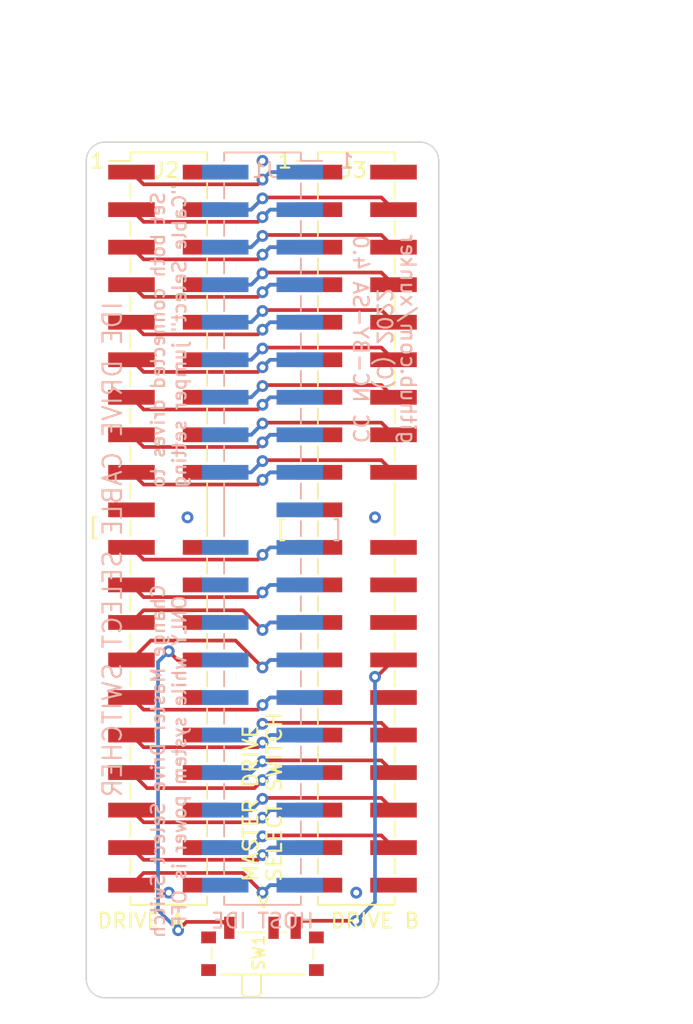
<source format=kicad_pcb>
(kicad_pcb (version 20211014) (generator pcbnew)
  (layers (0 "F.Cu" signal) (31 "B.Cu" signal) (34 "B.Paste" user) (35 "F.Paste" user) (36 "B.SilkS" user "B.Silkscreen") (37 "F.SilkS" user "F.Silkscreen") (38 "B.Mask" user) (39 "F.Mask" user) (44 "Edge.Cuts" user))
  (net 0 "")
  (net 1 "RESET")
  (net 2 "GND")
  (net 3 "DB7")
  (net 4 "DB8")
  (net 5 "DB6")
  (net 6 "DB9")
  (net 7 "DB5")
  (net 8 "DB10")
  (net 9 "DB4")
  (net 10 "DB11")
  (net 11 "DB3")
  (net 12 "DB12")
  (net 13 "DB2")
  (net 14 "DB13")
  (net 15 "DB1")
  (net 16 "DB14")
  (net 17 "DB0")
  (net 18 "DB15")
  (net 19 "DRQ3")
  (net 20 "IOW")
  (net 21 "IOR")
  (net 22 "IO_CH_RDY")
  (net 23 "CSEL_IN")
  (net 24 "DACK3")
  (net 25 "IRQ14")
  (net 26 "RESERVED")
  (net 27 "ADDRESS_BIT_1")
  (net 28 "PDIAG")
  (net 29 "ADDRESS_BIT_0")
  (net 30 "ADDRESS_BIT_2")
  (net 31 "CS1FX")
  (net 32 "CS3FX")
  (net 33 "DA_SP")
  (net 34 "CSEL_OUT_A")
  (net 35 "CSEL_OUT_B")
  (footprint "Button_Switch_SMD:SW_SPDT_PCM12" (layer "F.Cu") (at 154.94 113.03)
    (fp_text reference "SW1" (at -0.254 0.254 90) (layer "F.SilkS") (effects (font (size 0.8 0.8))))
    (fp_text value "SW_SPDT")
    (fp_line (start -3.45 -0.07) (end -3.45 0.72) (layer "F.SilkS") (width 0.12))
    (fp_line (start -0.1 3.02) (end -0.3 3.23) (layer "F.SilkS") (width 0.12))
    (fp_line (start -1.2 3.23) (end -0.3 3.23) (layer "F.SilkS") (width 0.12))
    (fp_line (start -1.6 -1.12) (end 0.1 -1.12) (layer "F.SilkS") (width 0.12))
    (fp_line (start -1.4 3.02) (end -1.2 3.23) (layer "F.SilkS") (width 0.12))
    (fp_line (start -0.1 3.02) (end -0.1 1.73) (layer "F.SilkS") (width 0.12))
    (fp_line (start -1.4 1.73) (end -1.4 3.02) (layer "F.SilkS") (width 0.12))
    (fp_line (start 1.4 -1.12) (end 1.6 -1.12) (layer "F.SilkS") (width 0.12))
    (fp_line (start -2.85 1.73) (end 2.85 1.73) (layer "F.SilkS") (width 0.12))
    (fp_line (start 3.45 0.72) (end 3.45 -0.07) (layer "F.SilkS") (width 0.12))
    (pad "" np_thru_hole circle (at -1.5 0.33) (size 0.9 0.9) (drill 0.9) (layers *.Cu *.Mask))
    (pad "" smd rect (at -3.65 -0.78) (size 1 0.8) (layers "F.Cu" "F.Paste" "F.Mask"))
    (pad "" smd rect (at -3.65 1.43) (size 1 0.8) (layers "F.Cu" "F.Paste" "F.Mask"))
    (pad "" np_thru_hole circle (at 1.5 0.33) (size 0.9 0.9) (drill 0.9) (layers *.Cu *.Mask))
    (pad "" smd rect (at 3.65 1.43) (size 1 0.8) (layers "F.Cu" "F.Paste" "F.Mask"))
    (pad "" smd rect (at 3.65 -0.78) (size 1 0.8) (layers "F.Cu" "F.Paste" "F.Mask"))
    (pad "1" smd rect (at -2.25 -1.43) (size 0.7 1.5) (layers "F.Cu" "F.Paste" "F.Mask") (net 34 "CSEL_OUT_A"))
    (pad "2" smd rect (at 0.75 -1.43) (size 0.7 1.5) (layers "F.Cu" "F.Paste" "F.Mask") (net 2 "GND"))
    (pad "3" smd rect (at 2.25 -1.43) (size 0.7 1.5) (layers "F.Cu" "F.Paste" "F.Mask") (net 35 "CSEL_OUT_B"))
  )
  (footprint "ide_cable_select_switch:IDE_ATA_Male_2x20_P2.54mm_Vertical_SMD" (layer "F.Cu") (at 148.59 84.582)
    (fp_text reference "J2" (at -0.15 -24.257) (layer "F.SilkS"))
    (fp_text value "Conn_02x20_Odd_Even")
    (fp_line (start 2.6 7.11) (end 2.6 8.13) (layer "F.SilkS") (width 0.12))
    (fp_line (start -2.6 14.73) (end -2.6 15.75) (layer "F.SilkS") (width 0.12))
    (fp_line (start -2.6 -15.75) (end -2.6 -14.73) (layer "F.SilkS") (width 0.12))
    (fp_line (start -2.6 22.35) (end -2.6 23.37) (layer "F.SilkS") (width 0.12))
    (fp_line (start -2.6 -13.21) (end -2.6 -12.19) (layer "F.SilkS") (width 0.12))
    (fp_line (start -2.6 17.27) (end -2.6 18.29) (layer "F.SilkS") (width 0.12))
    (fp_line (start 2.6 -10.67) (end 2.6 -9.65) (layer "F.SilkS") (width 0.12))
    (fp_line (start -2.6 -0.51) (end -2.6 0.51) (layer "F.SilkS") (width 0.12))
    (fp_line (start -2.6 -25.46) (end -2.6 -24.89) (layer "F.SilkS") (width 0.12))
    (fp_line (start -2.6 -10.67) (end -2.6 -9.65) (layer "F.SilkS") (width 0.12))
    (fp_line (start -2.6 -3.05) (end -2.6 -2.03) (layer "F.SilkS") (width 0.12))
    (fp_line (start -2.6 -8.13) (end -2.6 -7.11) (layer "F.SilkS") (width 0.12))
    (fp_line (start 2.6 4.57) (end 2.6 5.59) (layer "F.SilkS") (width 0.12))
    (fp_line (start 2.6 -25.46) (end 2.6 -24.89) (layer "F.SilkS") (width 0.12))
    (fp_line (start 2.6 -13.21) (end 2.6 -12.19) (layer "F.SilkS") (width 0.12))
    (fp_line (start 2.6 2.03) (end 2.6 3.05) (layer "F.SilkS") (width 0.12))
    (fp_line (start 2.6 14.73) (end 2.6 15.75) (layer "F.SilkS") (width 0.12))
    (fp_line (start -2.6 -25.46) (end 2.6 -25.46) (layer "F.SilkS") (width 0.12))
    (fp_line (start 2.6 -20.83) (end 2.6 -19.81) (layer "F.SilkS") (width 0.12))
    (fp_line (start 2.6 12.19) (end 2.6 13.21) (layer "F.SilkS") (width 0.12))
    (fp_line (start 2.6 -15.75) (end 2.6 -14.73) (layer "F.SilkS") (width 0.12))
    (fp_line (start -2.6 7.11) (end -2.6 8.13) (layer "F.SilkS") (width 0.12))
    (fp_line (start -2.6 19.81) (end -2.6 20.83) (layer "F.SilkS") (width 0.12))
    (fp_line (start -2.6 4.57) (end -2.6 5.59) (layer "F.SilkS") (width 0.12))
    (fp_line (start 2.6 9.65) (end 2.6 10.67) (layer "F.SilkS") (width 0.12))
    (fp_line (start -2.6 -20.83) (end -2.6 -19.81) (layer "F.SilkS") (width 0.12))
    (fp_line (start -4.04 -24.89) (end -2.6 -24.89) (layer "F.SilkS") (width 0.12))
    (fp_line (start 2.6 -18.29) (end 2.6 -17.27) (layer "F.SilkS") (width 0.12))
    (fp_line (start 2.6 19.81) (end 2.6 20.83) (layer "F.SilkS") (width 0.12))
    (fp_line (start 2.6 -3.05) (end 2.6 0.51) (layer "F.SilkS") (width 0.12))
    (fp_line (start 2.6 -8.13) (end 2.6 -7.11) (layer "F.SilkS") (width 0.12))
    (fp_line (start -2.6 -18.29) (end -2.6 -17.27) (layer "F.SilkS") (width 0.12))
    (fp_line (start 2.6 17.27) (end 2.6 18.29) (layer "F.SilkS") (width 0.12))
    (fp_line (start -2.6 9.65) (end -2.6 10.67) (layer "F.SilkS") (width 0.12))
    (fp_line (start 2.6 -5.59) (end 2.6 -4.57) (layer "F.SilkS") (width 0.12))
    (fp_line (start -2.6 12.19) (end -2.6 13.21) (layer "F.SilkS") (width 0.12))
    (fp_line (start -2.6 2.03) (end -2.6 3.05) (layer "F.SilkS") (width 0.12))
    (fp_line (start 2.6 24.89) (end 2.6 25.46) (layer "F.SilkS") (width 0.12))
    (fp_line (start -2.6 -23.37) (end -2.6 -22.35) (layer "F.SilkS") (width 0.12))
    (fp_line (start 2.6 22.35) (end 2.6 23.37) (layer "F.SilkS") (width 0.12))
    (fp_line (start 2.6 -23.37) (end 2.6 -22.35) (layer "F.SilkS") (width 0.12))
    (fp_line (start -2.6 -5.59) (end -2.6 -4.57) (layer "F.SilkS") (width 0.12))
    (fp_line (start -2.6 25.46) (end 2.6 25.46) (layer "F.SilkS") (width 0.12))
    (fp_line (start -2.6 24.89) (end -2.6 25.46) (layer "F.SilkS") (width 0.12))
    (pad "1" smd rect (at -2.525 -24.13) (size 3.15 1) (layers "F.Cu" "F.Paste" "F.Mask") (net 1 "RESET"))
    (pad "2" smd rect (at 2.525 -24.13) (size 3.15 1) (layers "F.Cu" "F.Paste" "F.Mask") (net 2 "GND"))
    (pad "3" smd rect (at -2.525 -21.59) (size 3.15 1) (layers "F.Cu" "F.Paste" "F.Mask") (net 3 "DB7"))
    (pad "4" smd rect (at 2.525 -21.59) (size 3.15 1) (layers "F.Cu" "F.Paste" "F.Mask") (net 4 "DB8"))
    (pad "5" smd rect (at -2.525 -19.05) (size 3.15 1) (layers "F.Cu" "F.Paste" "F.Mask") (net 5 "DB6"))
    (pad "6" smd rect (at 2.525 -19.05) (size 3.15 1) (layers "F.Cu" "F.Paste" "F.Mask") (net 6 "DB9"))
    (pad "7" smd rect (at -2.525 -16.51) (size 3.15 1) (layers "F.Cu" "F.Paste" "F.Mask") (net 7 "DB5"))
    (pad "8" smd rect (at 2.525 -16.51) (size 3.15 1) (layers "F.Cu" "F.Paste" "F.Mask") (net 8 "DB10"))
    (pad "9" smd rect (at -2.525 -13.97) (size 3.15 1) (layers "F.Cu" "F.Paste" "F.Mask") (net 9 "DB4"))
    (pad "10" smd rect (at 2.525 -13.97) (size 3.15 1) (layers "F.Cu" "F.Paste" "F.Mask") (net 10 "DB11"))
    (pad "11" smd rect (at -2.525 -11.43) (size 3.15 1) (layers "F.Cu" "F.Paste" "F.Mask") (net 11 "DB3"))
    (pad "12" smd rect (at 2.525 -11.43) (size 3.15 1) (layers "F.Cu" "F.Paste" "F.Mask") (net 12 "DB12"))
    (pad "13" smd rect (at -2.525 -8.89) (size 3.15 1) (layers "F.Cu" "F.Paste" "F.Mask") (net 13 "DB2"))
    (pad "14" smd rect (at 2.525 -8.89) (size 3.15 1) (layers "F.Cu" "F.Paste" "F.Mask") (net 14 "DB13"))
    (pad "15" smd rect (at -2.525 -6.35) (size 3.15 1) (layers "F.Cu" "F.Paste" "F.Mask") (net 15 "DB1"))
    (pad "16" smd rect (at 2.525 -6.35) (size 3.15 1) (layers "F.Cu" "F.Paste" "F.Mask") (net 16 "DB14"))
    (pad "17" smd rect (at -2.525 -3.81) (size 3.15 1) (layers "F.Cu" "F.Paste" "F.Mask") (net 17 "DB0"))
    (pad "18" smd rect (at 2.525 -3.81) (size 3.15 1) (layers "F.Cu" "F.Paste" "F.Mask") (net 18 "DB15"))
    (pad "19" smd rect (at -2.525 -1.27) (size 3.15 1) (layers "F.Cu" "F.Paste" "F.Mask") (net 2 "GND"))
    (pad "21" smd rect (at -2.525 1.27) (size 3.15 1) (layers "F.Cu" "F.Paste" "F.Mask") (net 19 "DRQ3"))
    (pad "22" smd rect (at 2.525 1.27) (size 3.15 1) (layers "F.Cu" "F.Paste" "F.Mask") (net 2 "GND"))
    (pad "23" smd rect (at -2.525 3.81) (size 3.15 1) (layers "F.Cu" "F.Paste" "F.Mask") (net 20 "IOW"))
    (pad "24" smd rect (at 2.525 3.81) (size 3.15 1) (layers "F.Cu" "F.Paste" "F.Mask") (net 2 "GND"))
    (pad "25" smd rect (at -2.525 6.35) (size 3.15 1) (layers "F.Cu" "F.Paste" "F.Mask") (net 21 "IOR"))
    (pad "26" smd rect (at 2.525 6.35) (size 3.15 1) (layers "F.Cu" "F.Paste" "F.Mask") (net 2 "GND"))
    (pad "27" smd rect (at -2.525 8.89) (size 3.15 1) (layers "F.Cu" "F.Paste" "F.Mask") (net 22 "IO_CH_RDY"))
    (pad "28" smd rect (at 2.525 8.89) (size 3.15 1) (layers "F.Cu" "F.Paste" "F.Mask") (net 34 "CSEL_OUT_A"))
    (pad "29" smd rect (at -2.525 11.43) (size 3.15 1) (layers "F.Cu" "F.Paste" "F.Mask") (net 24 "DACK3"))
    (pad "30" smd rect (at 2.525 11.43) (size 3.15 1) (layers "F.Cu" "F.Paste" "F.Mask") (net 2 "GND"))
    (pad "31" smd rect (at -2.525 13.97) (size 3.15 1) (layers "F.Cu" "F.Paste" "F.Mask") (net 25 "IRQ14"))
    (pad "32" smd rect (at 2.525 13.97) (size 3.15 1) (layers "F.Cu" "F.Paste" "F.Mask") (net 26 "RESERVED"))
    (pad "33" smd rect (at -2.525 16.51) (size 3.15 1) (layers "F.Cu" "F.Paste" "F.Mask") (net 27 "ADDRESS_BIT_1"))
    (pad "34" smd rect (at 2.525 16.51) (size 3.15 1) (layers "F.Cu" "F.Paste" "F.Mask") (net 28 "PDIAG"))
    (pad "35" smd rect (at -2.525 19.05) (size 3.15 1) (layers "F.Cu" "F.Paste" "F.Mask") (net 29 "ADDRESS_BIT_0"))
    (pad "36" smd rect (at 2.525 19.05) (size 3.15 1) (layers "F.Cu" "F.Paste" "F.Mask") (net 30 "ADDRESS_BIT_2"))
    (pad "37" smd rect (at -2.525 21.59) (size 3.15 1) (layers "F.Cu" "F.Paste" "F.Mask") (net 31 "CS1FX"))
    (pad "38" smd rect (at 2.525 21.59) (size 3.15 1) (layers "F.Cu" "F.Paste" "F.Mask") (net 32 "CS3FX"))
    (pad "39" smd rect (at -2.525 24.13) (size 3.15 1) (layers "F.Cu" "F.Paste" "F.Mask") (net 33 "DA_SP"))
    (pad "40" smd rect (at 2.525 24.13) (size 3.15 1) (layers "F.Cu" "F.Paste" "F.Mask") (net 2 "GND"))
  )
  (footprint "ide_cable_select_switch:IDE_ATA_Male_2x20_P2.54mm_Vertical_SMD" (layer "F.Cu") (at 161.29 84.582)
    (fp_text reference "J3" (at -0.15 -24.257) (layer "F.SilkS"))
    (fp_text value "Conn_02x20_Odd_Even")
    (fp_line (start 2.6 24.89) (end 2.6 25.46) (layer "F.SilkS") (width 0.12))
    (fp_line (start -2.6 -3.05) (end -2.6 -2.03) (layer "F.SilkS") (width 0.12))
    (fp_line (start 2.6 2.03) (end 2.6 3.05) (layer "F.SilkS") (width 0.12))
    (fp_line (start -2.6 25.46) (end 2.6 25.46) (layer "F.SilkS") (width 0.12))
    (fp_line (start 2.6 -10.67) (end 2.6 -9.65) (layer "F.SilkS") (width 0.12))
    (fp_line (start -2.6 22.35) (end -2.6 23.37) (layer "F.SilkS") (width 0.12))
    (fp_line (start -2.6 -18.29) (end -2.6 -17.27) (layer "F.SilkS") (width 0.12))
    (fp_line (start 2.6 4.57) (end 2.6 5.59) (layer "F.SilkS") (width 0.12))
    (fp_line (start -2.6 2.03) (end -2.6 3.05) (layer "F.SilkS") (width 0.12))
    (fp_line (start -2.6 -23.37) (end -2.6 -22.35) (layer "F.SilkS") (width 0.12))
    (fp_line (start 2.6 -23.37) (end 2.6 -22.35) (layer "F.SilkS") (width 0.12))
    (fp_line (start -2.6 17.27) (end -2.6 18.29) (layer "F.SilkS") (width 0.12))
    (fp_line (start 2.6 -8.13) (end 2.6 -7.11) (layer "F.SilkS") (width 0.12))
    (fp_line (start 2.6 -25.46) (end 2.6 -24.89) (layer "F.SilkS") (width 0.12))
    (fp_line (start 2.6 12.19) (end 2.6 13.21) (layer "F.SilkS") (width 0.12))
    (fp_line (start -2.6 -5.59) (end -2.6 -4.57) (layer "F.SilkS") (width 0.12))
    (fp_line (start 2.6 22.35) (end 2.6 23.37) (layer "F.SilkS") (width 0.12))
    (fp_line (start -2.6 19.81) (end -2.6 20.83) (layer "F.SilkS") (width 0.12))
    (fp_line (start -2.6 14.73) (end -2.6 15.75) (layer "F.SilkS") (width 0.12))
    (fp_line (start -2.6 -13.21) (end -2.6 -12.19) (layer "F.SilkS") (width 0.12))
    (fp_line (start -2.6 -10.67) (end -2.6 -9.65) (layer "F.SilkS") (width 0.12))
    (fp_line (start -2.6 -8.13) (end -2.6 -7.11) (layer "F.SilkS") (width 0.12))
    (fp_line (start -2.6 24.89) (end -2.6 25.46) (layer "F.SilkS") (width 0.12))
    (fp_line (start 2.6 17.27) (end 2.6 18.29) (layer "F.SilkS") (width 0.12))
    (fp_line (start -2.6 -25.46) (end 2.6 -25.46) (layer "F.SilkS") (width 0.12))
    (fp_line (start 2.6 19.81) (end 2.6 20.83) (layer "F.SilkS") (width 0.12))
    (fp_line (start 2.6 -3.05) (end 2.6 0.51) (layer "F.SilkS") (width 0.12))
    (fp_line (start 2.6 -13.21) (end 2.6 -12.19) (layer "F.SilkS") (width 0.12))
    (fp_line (start -2.6 -20.83) (end -2.6 -19.81) (layer "F.SilkS") (width 0.12))
    (fp_line (start -2.6 -15.75) (end -2.6 -14.73) (layer "F.SilkS") (width 0.12))
    (fp_line (start -2.6 7.11) (end -2.6 8.13) (layer "F.SilkS") (width 0.12))
    (fp_line (start 2.6 9.65) (end 2.6 10.67) (layer "F.SilkS") (width 0.12))
    (fp_line (start -4.04 -24.89) (end -2.6 -24.89) (layer "F.SilkS") (width 0.12))
    (fp_line (start 2.6 -20.83) (end 2.6 -19.81) (layer "F.SilkS") (width 0.12))
    (fp_line (start -2.6 9.65) (end -2.6 10.67) (layer "F.SilkS") (width 0.12))
    (fp_line (start -2.6 12.19) (end -2.6 13.21) (layer "F.SilkS") (width 0.12))
    (fp_line (start 2.6 -18.29) (end 2.6 -17.27) (layer "F.SilkS") (width 0.12))
    (fp_line (start 2.6 -5.59) (end 2.6 -4.57) (layer "F.SilkS") (width 0.12))
    (fp_line (start -2.6 -25.46) (end -2.6 -24.89) (layer "F.SilkS") (width 0.12))
    (fp_line (start 2.6 7.11) (end 2.6 8.13) (layer "F.SilkS") (width 0.12))
    (fp_line (start 2.6 14.73) (end 2.6 15.75) (layer "F.SilkS") (width 0.12))
    (fp_line (start 2.6 -15.75) (end 2.6 -14.73) (layer "F.SilkS") (width 0.12))
    (fp_line (start -2.6 -0.51) (end -2.6 0.51) (layer "F.SilkS") (width 0.12))
    (fp_line (start -2.6 4.57) (end -2.6 5.59) (layer "F.SilkS") (width 0.12))
    (pad "1" smd rect (at -2.525 -24.13) (size 3.15 1) (layers "F.Cu" "F.Paste" "F.Mask") (net 1 "RESET"))
    (pad "2" smd rect (at 2.525 -24.13) (size 3.15 1) (layers "F.Cu" "F.Paste" "F.Mask") (net 2 "GND"))
    (pad "3" smd rect (at -2.525 -21.59) (size 3.15 1) (layers "F.Cu" "F.Paste" "F.Mask") (net 3 "DB7"))
    (pad "4" smd rect (at 2.525 -21.59) (size 3.15 1) (layers "F.Cu" "F.Paste" "F.Mask") (net 4 "DB8"))
    (pad "5" smd rect (at -2.525 -19.05) (size 3.15 1) (layers "F.Cu" "F.Paste" "F.Mask") (net 5 "DB6"))
    (pad "6" smd rect (at 2.525 -19.05) (size 3.15 1) (layers "F.Cu" "F.Paste" "F.Mask") (net 6 "DB9"))
    (pad "7" smd rect (at -2.525 -16.51) (size 3.15 1) (layers "F.Cu" "F.Paste" "F.Mask") (net 7 "DB5"))
    (pad "8" smd rect (at 2.525 -16.51) (size 3.15 1) (layers "F.Cu" "F.Paste" "F.Mask") (net 8 "DB10"))
    (pad "9" smd rect (at -2.525 -13.97) (size 3.15 1) (layers "F.Cu" "F.Paste" "F.Mask") (net 9 "DB4"))
    (pad "10" smd rect (at 2.525 -13.97) (size 3.15 1) (layers "F.Cu" "F.Paste" "F.Mask") (net 10 "DB11"))
    (pad "11" smd rect (at -2.525 -11.43) (size 3.15 1) (layers "F.Cu" "F.Paste" "F.Mask") (net 11 "DB3"))
    (pad "12" smd rect (at 2.525 -11.43) (size 3.15 1) (layers "F.Cu" "F.Paste" "F.Mask") (net 12 "DB12"))
    (pad "13" smd rect (at -2.525 -8.89) (size 3.15 1) (layers "F.Cu" "F.Paste" "F.Mask") (net 13 "DB2"))
    (pad "14" smd rect (at 2.525 -8.89) (size 3.15 1) (layers "F.Cu" "F.Paste" "F.Mask") (net 14 "DB13"))
    (pad "15" smd rect (at -2.525 -6.35) (size 3.15 1) (layers "F.Cu" "F.Paste" "F.Mask") (net 15 "DB1"))
    (pad "16" smd rect (at 2.525 -6.35) (size 3.15 1) (layers "F.Cu" "F.Paste" "F.Mask") (net 16 "DB14"))
    (pad "17" smd rect (at -2.525 -3.81) (size 3.15 1) (layers "F.Cu" "F.Paste" "F.Mask") (net 17 "DB0"))
    (pad "18" smd rect (at 2.525 -3.81) (size 3.15 1) (layers "F.Cu" "F.Paste" "F.Mask") (net 18 "DB15"))
    (pad "19" smd rect (at -2.525 -1.27) (size 3.15 1) (layers "F.Cu" "F.Paste" "F.Mask") (net 2 "GND"))
    (pad "21" smd rect (at -2.525 1.27) (size 3.15 1) (layers "F.Cu" "F.Paste" "F.Mask") (net 19 "DRQ3"))
    (pad "22" smd rect (at 2.525 1.27) (size 3.15 1) (layers "F.Cu" "F.Paste" "F.Mask") (net 2 "GND"))
    (pad "23" smd rect (at -2.525 3.81) (size 3.15 1) (layers "F.Cu" "F.Paste" "F.Mask") (net 20 "IOW"))
    (pad "24" smd rect (at 2.525 3.81) (size 3.15 1) (layers "F.Cu" "F.Paste" "F.Mask") (net 2 "GND"))
    (pad "25" smd rect (at -2.525 6.35) (size 3.15 1) (layers "F.Cu" "F.Paste" "F.Mask") (net 21 "IOR"))
    (pad "26" smd rect (at 2.525 6.35) (size 3.15 1) (layers "F.Cu" "F.Paste" "F.Mask") (net 2 "GND"))
    (pad "27" smd rect (at -2.525 8.89) (size 3.15 1) (layers "F.Cu" "F.Paste" "F.Mask") (net 22 "IO_CH_RDY"))
    (pad "28" smd rect (at 2.525 8.89) (size 3.15 1) (layers "F.Cu" "F.Paste" "F.Mask") (net 35 "CSEL_OUT_B"))
    (pad "29" smd rect (at -2.525 11.43) (size 3.15 1) (layers "F.Cu" "F.Paste" "F.Mask") (net 24 "DACK3"))
    (pad "30" smd rect (at 2.525 11.43) (size 3.15 1) (layers "F.Cu" "F.Paste" "F.Mask") (net 2 "GND"))
    (pad "31" smd rect (at -2.525 13.97) (size 3.15 1) (layers "F.Cu" "F.Paste" "F.Mask") (net 25 "IRQ14"))
    (pad "32" smd rect (at 2.525 13.97) (size 3.15 1) (layers "F.Cu" "F.Paste" "F.Mask") (net 26 "RESERVED"))
    (pad "33" smd rect (at -2.525 16.51) (size 3.15 1) (layers "F.Cu" "F.Paste" "F.Mask") (net 27 "ADDRESS_BIT_1"))
    (pad "34" smd rect (at 2.525 16.51) (size 3.15 1) (layers "F.Cu" "F.Paste" "F.Mask") (net 28 "PDIAG"))
    (pad "35" smd rect (at -2.525 19.05) (size 3.15 1) (layers "F.Cu" "F.Paste" "F.Mask") (net 29 "ADDRESS_BIT_0"))
    (pad "36" smd rect (at 2.525 19.05) (size 3.15 1) (layers "F.Cu" "F.Paste" "F.Mask") (net 30 "ADDRESS_BIT_2"))
    (pad "37" smd rect (at -2.525 21.59) (size 3.15 1) (layers "F.Cu" "F.Paste" "F.Mask") (net 31 "CS1FX"))
    (pad "38" smd rect (at 2.525 21.59) (size 3.15 1) (layers "F.Cu" "F.Paste" "F.Mask") (net 32 "CS3FX"))
    (pad "39" smd rect (at -2.525 24.13) (size 3.15 1) (layers "F.Cu" "F.Paste" "F.Mask") (net 33 "DA_SP"))
    (pad "40" smd rect (at 2.525 24.13) (size 3.15 1) (layers "F.Cu" "F.Paste" "F.Mask") (net 2 "GND"))
  )
  (footprint "ide_cable_select_switch:IDE_ATA_Male_2x20_P2.54mm_Vertical_SMD" (layer "B.Cu") (at 154.94 84.582 180)
    (fp_text reference "J1" (at -0.15 24.257) (layer "B.SilkS") (effects (justify mirror)))
    (fp_text value "Conn_02x20_Odd_Even")
    (fp_line (start 2.6 25.46) (end 2.6 24.89) (layer "B.SilkS") (width 0.12))
    (fp_line (start 2.6 18.29) (end 2.6 17.27) (layer "B.SilkS") (width 0.12))
    (fp_line (start -4.04 24.89) (end -2.6 24.89) (layer "B.SilkS") (width 0.12))
    (fp_line (start -2.6 -24.89) (end -2.6 -25.46) (layer "B.SilkS") (width 0.12))
    (fp_line (start 2.6 -22.35) (end 2.6 -23.37) (layer "B.SilkS") (width 0.12))
    (fp_line (start -2.6 5.59) (end -2.6 4.57) (layer "B.SilkS") (width 0.12))
    (fp_line (start 2.6 -2.03) (end 2.6 -3.05) (layer "B.SilkS") (width 0.12))
    (fp_line (start -2.6 20.83) (end -2.6 19.81) (layer "B.SilkS") (width 0.12))
    (fp_line (start -2.6 25.46) (end -2.6 24.89) (layer "B.SilkS") (width 0.12))
    (fp_line (start 2.6 -19.81) (end 2.6 -20.83) (layer "B.SilkS") (width 0.12))
    (fp_line (start -2.6 13.21) (end -2.6 12.19) (layer "B.SilkS") (width 0.12))
    (fp_line (start 2.6 15.75) (end 2.6 14.73) (layer "B.SilkS") (width 0.12))
    (fp_line (start -2.6 -2.03) (end -2.6 -3.05) (layer "B.SilkS") (width 0.12))
    (fp_line (start -2.6 -25.46) (end 2.6 -25.46) (layer "B.SilkS") (width 0.12))
    (fp_line (start -2.6 23.37) (end -2.6 22.35) (layer "B.SilkS") (width 0.12))
    (fp_line (start 2.6 -14.73) (end 2.6 -15.75) (layer "B.SilkS") (width 0.12))
    (fp_line (start 2.6 -7.11) (end 2.6 -8.13) (layer "B.SilkS") (width 0.12))
    (fp_line (start 2.6 8.13) (end 2.6 7.11) (layer "B.SilkS") (width 0.12))
    (fp_line (start -2.6 -12.19) (end -2.6 -13.21) (layer "B.SilkS") (width 0.12))
    (fp_line (start -2.6 -17.27) (end -2.6 -18.29) (layer "B.SilkS") (width 0.12))
    (fp_line (start 2.6 -4.57) (end 2.6 -5.59) (layer "B.SilkS") (width 0.12))
    (fp_line (start -2.6 -22.35) (end -2.6 -23.37) (layer "B.SilkS") (width 0.12))
    (fp_line (start 2.6 -9.65) (end 2.6 -10.67) (layer "B.SilkS") (width 0.12))
    (fp_line (start 2.6 5.59) (end 2.6 4.57) (layer "B.SilkS") (width 0.12))
    (fp_line (start 2.6 10.67) (end 2.6 9.65) (layer "B.SilkS") (width 0.12))
    (fp_line (start 2.6 -17.27) (end 2.6 -18.29) (layer "B.SilkS") (width 0.12))
    (fp_line (start 2.6 -12.19) (end 2.6 -13.21) (layer "B.SilkS") (width 0.12))
    (fp_line (start -2.6 3.05) (end -2.6 2.03) (layer "B.SilkS") (width 0.12))
    (fp_line (start 2.6 -24.89) (end 2.6 -25.46) (layer "B.SilkS") (width 0.12))
    (fp_line (start -2.6 25.46) (end 2.6 25.46) (layer "B.SilkS") (width 0.12))
    (fp_line (start -2.6 8.13) (end -2.6 7.11) (layer "B.SilkS") (width 0.12))
    (fp_line (start -2.6 -4.57) (end -2.6 -5.59) (layer "B.SilkS") (width 0.12))
    (fp_line (start 2.6 3.05) (end 2.6 -0.51) (layer "B.SilkS") (width 0.12))
    (fp_line (start -2.6 18.29) (end -2.6 17.27) (layer "B.SilkS") (width 0.12))
    (fp_line (start -2.6 15.75) (end -2.6 14.73) (layer "B.SilkS") (width 0.12))
    (fp_line (start -2.6 10.67) (end -2.6 9.65) (layer "B.SilkS") (width 0.12))
    (fp_line (start -2.6 0.51) (end -2.6 -0.51) (layer "B.SilkS") (width 0.12))
    (fp_line (start 2.6 13.21) (end 2.6 12.19) (layer "B.SilkS") (width 0.12))
    (fp_line (start -2.6 -19.81) (end -2.6 -20.83) (layer "B.SilkS") (width 0.12))
    (fp_line (start -2.6 -14.73) (end -2.6 -15.75) (layer "B.SilkS") (width 0.12))
    (fp_line (start 2.6 23.37) (end 2.6 22.35) (layer "B.SilkS") (width 0.12))
    (fp_line (start -2.6 -7.11) (end -2.6 -8.13) (layer "B.SilkS") (width 0.12))
    (fp_line (start -2.6 -9.65) (end -2.6 -10.67) (layer "B.SilkS") (width 0.12))
    (fp_line (start 2.6 20.83) (end 2.6 19.81) (layer "B.SilkS") (width 0.12))
    (pad "1" smd rect (at -2.525 24.13 180) (size 3.15 1) (layers "B.Cu" "B.Paste" "B.Mask") (net 1 "RESET"))
    (pad "2" smd rect (at 2.525 24.13 180) (size 3.15 1) (layers "B.Cu" "B.Paste" "B.Mask") (net 2 "GND"))
    (pad "3" smd rect (at -2.525 21.59 180) (size 3.15 1) (layers "B.Cu" "B.Paste" "B.Mask") (net 3 "DB7"))
    (pad "4" smd rect (at 2.525 21.59 180) (size 3.15 1) (layers "B.Cu" "B.Paste" "B.Mask") (net 4 "DB8"))
    (pad "5" smd rect (at -2.525 19.05 180) (size 3.15 1) (layers "B.Cu" "B.Paste" "B.Mask") (net 5 "DB6"))
    (pad "6" smd rect (at 2.525 19.05 180) (size 3.15 1) (layers "B.Cu" "B.Paste" "B.Mask") (net 6 "DB9"))
    (pad "7" smd rect (at -2.525 16.51 180) (size 3.15 1) (layers "B.Cu" "B.Paste" "B.Mask") (net 7 "DB5"))
    (pad "8" smd rect (at 2.525 16.51 180) (size 3.15 1) (layers "B.Cu" "B.Paste" "B.Mask") (net 8 "DB10"))
    (pad "9" smd rect (at -2.525 13.97 180) (size 3.15 1) (layers "B.Cu" "B.Paste" "B.Mask") (net 9 "DB4"))
    (pad "10" smd rect (at 2.525 13.97 180) (size 3.15 1) (layers "B.Cu" "B.Paste" "B.Mask") (net 10 "DB11"))
    (pad "11" smd rect (at -2.525 11.43 180) (size 3.15 1) (layers "B.Cu" "B.Paste" "B.Mask") (net 11 "DB3"))
    (pad "12" smd rect (at 2.525 11.43 180) (size 3.15 1) (layers "B.Cu" "B.Paste" "B.Mask") (net 12 "DB12"))
    (pad "13" smd rect (at -2.525 8.89 180) (size 3.15 1) (layers "B.Cu" "B.Paste" "B.Mask") (net 13 "DB2"))
    (pad "14" smd rect (at 2.525 8.89 180) (size 3.15 1) (layers "B.Cu" "B.Paste" "B.Mask") (net 14 "DB13"))
    (pad "15" smd rect (at -2.525 6.35 180) (size 3.15 1) (layers "B.Cu" "B.Paste" "B.Mask") (net 15 "DB1"))
    (pad "16" smd rect (at 2.525 6.35 180) (size 3.15 1) (layers "B.Cu" "B.Paste" "B.Mask") (net 16 "DB14"))
    (pad "17" smd rect (at -2.525 3.81 180) (size 3.15 1) (layers "B.Cu" "B.Paste" "B.Mask") (net 17 "DB0"))
    (pad "18" smd rect (at 2.525 3.81 180) (size 3.15 1) (layers "B.Cu" "B.Paste" "B.Mask") (net 18 "DB15"))
    (pad "19" smd rect (at -2.525 1.27 180) (size 3.15 1) (layers "B.Cu" "B.Paste" "B.Mask") (net 2 "GND"))
    (pad "21" smd rect (at -2.525 -1.27 180) (size 3.15 1) (layers "B.Cu" "B.Paste" "B.Mask") (net 19 "DRQ3"))
    (pad "22" smd rect (at 2.525 -1.27 180) (size 3.15 1) (layers "B.Cu" "B.Paste" "B.Mask") (net 2 "GND"))
    (pad "23" smd rect (at -2.525 -3.81 180) (size 3.15 1) (layers "B.Cu" "B.Paste" "B.Mask") (net 20 "IOW"))
    (pad "24" smd rect (at 2.525 -3.81 180) (size 3.15 1) (layers "B.Cu" "B.Paste" "B.Mask") (net 2 "GND"))
    (pad "25" smd rect (at -2.525 -6.35 180) (size 3.15 1) (layers "B.Cu" "B.Paste" "B.Mask") (net 21 "IOR"))
    (pad "26" smd rect (at 2.525 -6.35 180) (size 3.15 1) (layers "B.Cu" "B.Paste" "B.Mask") (net 2 "GND"))
    (pad "27" smd rect (at -2.525 -8.89 180) (size 3.15 1) (layers "B.Cu" "B.Paste" "B.Mask") (net 22 "IO_CH_RDY"))
    (pad "28" smd rect (at 2.525 -8.89 180) (size 3.15 1) (layers "B.Cu" "B.Paste" "B.Mask") (net 23 "CSEL_IN"))
    (pad "29" smd rect (at -2.525 -11.43 180) (size 3.15 1) (layers "B.Cu" "B.Paste" "B.Mask") (net 24 "DACK3"))
    (pad "30" smd rect (at 2.525 -11.43 180) (size 3.15 1) (layers "B.Cu" "B.Paste" "B.Mask") (net 2 "GND"))
    (pad "31" smd rect (at -2.525 -13.97 180) (size 3.15 1) (layers "B.Cu" "B.Paste" "B.Mask") (net 25 "IRQ14"))
    (pad "32" smd rect (at 2.525 -13.97 180) (size 3.15 1) (layers "B.Cu" "B.Paste" "B.Mask") (net 26 "RESERVED"))
    (pad "33" smd rect (at -2.525 -16.51 180) (size 3.15 1) (layers "B.Cu" "B.Paste" "B.Mask") (net 27 "ADDRESS_BIT_1"))
    (pad "34" smd rect (at 2.525 -16.51 180) (size 3.15 1) (layers "B.Cu" "B.Paste" "B.Mask") (net 28 "PDIAG"))
    (pad "35" smd rect (at -2.525 -19.05 180) (size 3.15 1) (layers "B.Cu" "B.Paste" "B.Mask") (net 29 "ADDRESS_BIT_0"))
    (pad "36" smd rect (at 2.525 -19.05 180) (size 3.15 1) (layers "B.Cu" "B.Paste" "B.Mask") (net 30 "ADDRESS_BIT_2"))
    (pad "37" smd rect (at -2.525 -21.59 180) (size 3.15 1) (layers "B.Cu" "B.Paste" "B.Mask") (net 31 "CS1FX"))
    (pad "38" smd rect (at 2.525 -21.59 180) (size 3.15 1) (layers "B.Cu" "B.Paste" "B.Mask") (net 32 "CS3FX"))
    (pad "39" smd rect (at -2.525 -24.13 180) (size 3.15 1) (layers "B.Cu" "B.Paste" "B.Mask") (net 33 "DA_SP"))
    (pad "40" smd rect (at 2.525 -24.13 180) (size 3.15 1) (layers "B.Cu" "B.Paste" "B.Mask") (net 2 "GND"))
  )
  (gr_line (start 166.878 115.062) (end 166.878 59.69) (layer "Edge.Cuts") (width 0.1))
  (gr_line (start 165.608 58.42) (end 144.272 58.42) (layer "Edge.Cuts") (width 0.1))
  (gr_line (start 144.272001 116.332) (end 165.608 116.332) (layer "Edge.Cuts") (width 0.1))
  (gr_arc (start 144.272001 116.332) (mid 143.373976 115.960026) (end 143.002001 115.062) (layer "Edge.Cuts") (width 0.1))
  (gr_arc (start 166.878 115.062) (mid 166.506026 115.960026) (end 165.608 116.332) (layer "Edge.Cuts") (width 0.1))
  (gr_arc (start 165.608 58.42) (mid 166.506026 58.791974) (end 166.878 59.69) (layer "Edge.Cuts") (width 0.1))
  (gr_arc (start 143.002 59.69) (mid 143.373974 58.791974) (end 144.272 58.42) (layer "Edge.Cuts") (width 0.1))
  (gr_line (start 143.002 59.69) (end 143.002001 115.062) (layer "Edge.Cuts") (width 0.1))
  (gr_text "[" (at 160.02 84.582) (layer "B.SilkS") (effects (font (size 1 1)) (justify mirror)))
  (gr_text "github.com/xunker\n(C) 2022\nCC NC-BY-SA 4.0" (at 163.195 71.755 270) (layer "B.SilkS") (effects (font (size 1 1)) (justify mirror)))
  (gr_text "Set both connected drives to\n{dblquote}Cable Select{dblquote} jumper setting\n" (at 148.59 81.915 90) (layer "B.SilkS") (effects (font (size 0.9 0.9)) (justify right mirror)))
  (gr_text "IDE DRIVE CABLE SELECT SWITCHER" (at 144.78 102.87 90) (layer "B.SilkS") (effects (font (size 1.25 1.25)) (justify right mirror)))
  (gr_text "Change Master Drive Select Switch\nONLY while system power is OFF" (at 148.59 100.33 90) (layer "B.SilkS") (effects (font (size 0.9 0.9)) (justify mirror)))
  (gr_text "HOST IDE" (at 154.94 111.125) (layer "B.SilkS") (effects (font (size 1 1)) (justify mirror)))
  (gr_text "1" (at 160.655 59.69) (layer "B.SilkS") (effects (font (size 1 1)) (justify mirror)))
  (gr_text "1" (at 143.764 59.69) (layer "F.SilkS") (effects (font (size 1 1))))
  (gr_text "<" (at 154.94 109.855 90) (layer "F.SilkS") (effects (font (size 1 1))))
  (gr_text "[" (at 143.51 84.455) (layer "F.SilkS") (effects (font (size 1 1))))
  (gr_text "DRIVE A" (at 146.685 111.125) (layer "F.SilkS") (effects (font (size 1 1))))
  (gr_text "DRIVE B" (at 162.56 111.125) (layer "F.SilkS") (effects (font (size 1 1))))
  (gr_text "MASTER DRIVE\nSELECT SWITCH" (at 154.94 108.585 90) (layer "F.SilkS") (effects (font (size 1 1)) (justify left)))
  (gr_text "[" (at 156.21 84.582) (layer "F.SilkS") (effects (font (size 1 1))))
  (gr_text "1" (at 156.464 59.69) (layer "F.SilkS") (effects (font (size 1 1))))
  (segment (start 146.889511 61.276511) (end 154.623489 61.276511) (width 0.25) (layer "F.Cu") (net 1))
  (segment (start 146.065 60.452) (end 146.889511 61.276511) (width 0.25) (layer "F.Cu") (net 1))
  (segment (start 155.448 60.452) (end 154.94 60.96) (width 0.25) (layer "F.Cu") (net 1))
  (segment (start 154.623489 61.276511) (end 154.94 60.96) (width 0.25) (layer "F.Cu") (net 1))
  (segment (start 158.765 60.452) (end 155.448 60.452) (width 0.25) (layer "F.Cu") (net 1))
  (via (at 154.94 60.96) (size 0.8) (drill 0.4) (layers "F.Cu" "B.Cu") (net 1))
  (segment (start 157.465 60.452) (end 155.448 60.452) (width 0.25) (layer "B.Cu") (net 1))
  (segment (start 155.448 60.452) (end 154.94 60.96) (width 0.25) (layer "B.Cu") (net 1))
  (via (at 161.29 109.22) (size 0.8) (drill 0.4) (layers "F.Cu" "B.Cu") (net 2))
  (via (at 148.59 109.22) (size 0.8) (drill 0.4) (layers "F.Cu" "B.Cu") (net 2))
  (via (at 162.56 83.82) (size 0.8) (drill 0.4) (layers "F.Cu" "B.Cu") (net 2))
  (via (at 149.86 83.82) (size 0.8) (drill 0.4) (layers "F.Cu" "B.Cu") (net 2))
  (via (at 154.94 59.69) (size 0.8) (drill 0.4) (layers "F.Cu" "B.Cu") (net 2))
  (segment (start 146.889511 63.816511) (end 154.623489 63.816511) (width 0.25) (layer "F.Cu") (net 3))
  (segment (start 155.448 62.992) (end 154.94 63.5) (width 0.25) (layer "F.Cu") (net 3))
  (segment (start 154.623489 63.816511) (end 154.94 63.5) (width 0.25) (layer "F.Cu") (net 3))
  (segment (start 158.765 62.992) (end 155.448 62.992) (width 0.25) (layer "F.Cu") (net 3))
  (segment (start 146.065 62.992) (end 146.889511 63.816511) (width 0.25) (layer "F.Cu") (net 3))
  (via (at 154.94 63.5) (size 0.8) (drill 0.4) (layers "F.Cu" "B.Cu") (net 3))
  (segment (start 157.465 62.992) (end 155.448 62.992) (width 0.25) (layer "B.Cu") (net 3))
  (segment (start 155.448 62.992) (end 154.94 63.5) (width 0.25) (layer "B.Cu") (net 3))
  (segment (start 154.94 62.23) (end 155.002511 62.167489) (width 0.25) (layer "F.Cu") (net 4))
  (segment (start 162.990489 62.167489) (end 163.815 62.992) (width 0.25) (layer "F.Cu") (net 4))
  (segment (start 151.115 62.992) (end 154.178 62.992) (width 0.25) (layer "F.Cu") (net 4))
  (segment (start 155.002511 62.167489) (end 162.990489 62.167489) (width 0.25) (layer "F.Cu") (net 4))
  (segment (start 154.178 62.992) (end 154.94 62.23) (width 0.25) (layer "F.Cu") (net 4))
  (via (at 154.94 62.23) (size 0.8) (drill 0.4) (layers "F.Cu" "B.Cu") (net 4))
  (segment (start 154.178 62.992) (end 154.94 62.23) (width 0.25) (layer "B.Cu") (net 4))
  (segment (start 152.415 62.992) (end 154.178 62.992) (width 0.25) (layer "B.Cu") (net 4))
  (segment (start 146.889511 66.356511) (end 154.623489 66.356511) (width 0.25) (layer "F.Cu") (net 5))
  (segment (start 155.448 65.532) (end 154.94 66.04) (width 0.25) (layer "F.Cu") (net 5))
  (segment (start 146.065 65.532) (end 146.889511 66.356511) (width 0.25) (layer "F.Cu") (net 5))
  (segment (start 158.765 65.532) (end 155.448 65.532) (width 0.25) (layer "F.Cu") (net 5))
  (segment (start 154.623489 66.356511) (end 154.94 66.04) (width 0.25) (layer "F.Cu") (net 5))
  (via (at 154.94 66.04) (size 0.8) (drill 0.4) (layers "F.Cu" "B.Cu") (net 5))
  (segment (start 157.465 65.532) (end 155.448 65.532) (width 0.25) (layer "B.Cu") (net 5))
  (segment (start 155.448 65.532) (end 154.94 66.04) (width 0.25) (layer "B.Cu") (net 5))
  (segment (start 154.94 64.77) (end 155.002511 64.707489) (width 0.25) (layer "F.Cu") (net 6))
  (segment (start 154.178 65.532) (end 154.94 64.77) (width 0.25) (layer "F.Cu") (net 6))
  (segment (start 162.990489 64.707489) (end 163.815 65.532) (width 0.25) (layer "F.Cu") (net 6))
  (segment (start 151.115 65.532) (end 154.178 65.532) (width 0.25) (layer "F.Cu") (net 6))
  (segment (start 155.002511 64.707489) (end 162.990489 64.707489) (width 0.25) (layer "F.Cu") (net 6))
  (via (at 154.94 64.77) (size 0.8) (drill 0.4) (layers "F.Cu" "B.Cu") (net 6))
  (segment (start 152.415 65.532) (end 154.178 65.532) (width 0.25) (layer "B.Cu") (net 6))
  (segment (start 154.178 65.532) (end 154.94 64.77) (width 0.25) (layer "B.Cu") (net 6))
  (segment (start 146.065 68.072) (end 146.889511 68.896511) (width 0.25) (layer "F.Cu") (net 7))
  (segment (start 154.623489 68.896511) (end 154.94 68.58) (width 0.25) (layer "F.Cu") (net 7))
  (segment (start 146.889511 68.896511) (end 154.623489 68.896511) (width 0.25) (layer "F.Cu") (net 7))
  (segment (start 155.448 68.072) (end 154.94 68.58) (width 0.25) (layer "F.Cu") (net 7))
  (segment (start 158.765 68.072) (end 155.448 68.072) (width 0.25) (layer "F.Cu") (net 7))
  (via (at 154.94 68.58) (size 0.8) (drill 0.4) (layers "F.Cu" "B.Cu") (net 7))
  (segment (start 157.465 68.072) (end 155.448 68.072) (width 0.25) (layer "B.Cu") (net 7))
  (segment (start 155.448 68.072) (end 154.94 68.58) (width 0.25) (layer "B.Cu") (net 7))
  (segment (start 155.002511 67.247489) (end 162.990489 67.247489) (width 0.25) (layer "F.Cu") (net 8))
  (segment (start 151.115 68.072) (end 154.178 68.072) (width 0.25) (layer "F.Cu") (net 8))
  (segment (start 162.990489 67.247489) (end 163.815 68.072) (width 0.25) (layer "F.Cu") (net 8))
  (segment (start 154.178 68.072) (end 154.94 67.31) (width 0.25) (layer "F.Cu") (net 8))
  (segment (start 154.94 67.31) (end 155.002511 67.247489) (width 0.25) (layer "F.Cu") (net 8))
  (via (at 154.94 67.31) (size 0.8) (drill 0.4) (layers "F.Cu" "B.Cu") (net 8))
  (segment (start 154.178 68.072) (end 154.94 67.31) (width 0.25) (layer "B.Cu") (net 8))
  (segment (start 152.415 68.072) (end 154.178 68.072) (width 0.25) (layer "B.Cu") (net 8))
  (segment (start 155.448 70.612) (end 154.94 71.12) (width 0.25) (layer "F.Cu") (net 9))
  (segment (start 146.889511 71.436511) (end 154.623489 71.436511) (width 0.25) (layer "F.Cu") (net 9))
  (segment (start 146.065 70.612) (end 146.889511 71.436511) (width 0.25) (layer "F.Cu") (net 9))
  (segment (start 154.623489 71.436511) (end 154.94 71.12) (width 0.25) (layer "F.Cu") (net 9))
  (segment (start 158.765 70.612) (end 155.448 70.612) (width 0.25) (layer "F.Cu") (net 9))
  (via (at 154.94 71.12) (size 0.8) (drill 0.4) (layers "F.Cu" "B.Cu") (net 9))
  (segment (start 157.465 70.612) (end 155.448 70.612) (width 0.25) (layer "B.Cu") (net 9))
  (segment (start 155.448 70.612) (end 154.94 71.12) (width 0.25) (layer "B.Cu") (net 9))
  (segment (start 162.990489 69.787489) (end 163.815 70.612) (width 0.25) (layer "F.Cu") (net 10))
  (segment (start 155.002511 69.787489) (end 162.990489 69.787489) (width 0.25) (layer "F.Cu") (net 10))
  (segment (start 151.115 70.612) (end 154.178 70.612) (width 0.25) (layer "F.Cu") (net 10))
  (segment (start 154.94 69.85) (end 155.002511 69.787489) (width 0.25) (layer "F.Cu") (net 10))
  (segment (start 154.178 70.612) (end 154.94 69.85) (width 0.25) (layer "F.Cu") (net 10))
  (via (at 154.94 69.85) (size 0.8) (drill 0.4) (layers "F.Cu" "B.Cu") (net 10))
  (segment (start 152.415 70.612) (end 154.178 70.612) (width 0.25) (layer "B.Cu") (net 10))
  (segment (start 154.178 70.612) (end 154.94 69.85) (width 0.25) (layer "B.Cu") (net 10))
  (segment (start 146.889511 73.976511) (end 154.623489 73.976511) (width 0.25) (layer "F.Cu") (net 11))
  (segment (start 155.448 73.152) (end 154.94 73.66) (width 0.25) (layer "F.Cu") (net 11))
  (segment (start 146.065 73.152) (end 146.889511 73.976511) (width 0.25) (layer "F.Cu") (net 11))
  (segment (start 158.765 73.152) (end 155.448 73.152) (width 0.25) (layer "F.Cu") (net 11))
  (segment (start 154.623489 73.976511) (end 154.94 73.66) (width 0.25) (layer "F.Cu") (net 11))
  (via (at 154.94 73.66) (size 0.8) (drill 0.4) (layers "F.Cu" "B.Cu") (net 11))
  (segment (start 157.465 73.152) (end 155.448 73.152) (width 0.25) (layer "B.Cu") (net 11))
  (segment (start 155.448 73.152) (end 154.94 73.66) (width 0.25) (layer "B.Cu") (net 11))
  (segment (start 155.002511 72.327489) (end 162.990489 72.327489) (width 0.25) (layer "F.Cu") (net 12))
  (segment (start 151.115 73.152) (end 154.178 73.152) (width 0.25) (layer "F.Cu") (net 12))
  (segment (start 154.94 72.39) (end 155.002511 72.327489) (width 0.25) (layer "F.Cu") (net 12))
  (segment (start 154.178 73.152) (end 154.94 72.39) (width 0.25) (layer "F.Cu") (net 12))
  (segment (start 162.990489 72.327489) (end 163.815 73.152) (width 0.25) (layer "F.Cu") (net 12))
  (via (at 154.94 72.39) (size 0.8) (drill 0.4) (layers "F.Cu" "B.Cu") (net 12))
  (segment (start 154.178 73.152) (end 154.94 72.39) (width 0.25) (layer "B.Cu") (net 12))
  (segment (start 152.415 73.152) (end 154.178 73.152) (width 0.25) (layer "B.Cu") (net 12))
  (segment (start 154.623489 76.516511) (end 154.94 76.2) (width 0.25) (layer "F.Cu") (net 13))
  (segment (start 146.889511 76.516511) (end 154.623489 76.516511) (width 0.25) (layer "F.Cu") (net 13))
  (segment (start 155.448 75.692) (end 154.94 76.2) (width 0.25) (layer "F.Cu") (net 13))
  (segment (start 158.765 75.692) (end 155.448 75.692) (width 0.25) (layer "F.Cu") (net 13))
  (segment (start 146.065 75.692) (end 146.889511 76.516511) (width 0.25) (layer "F.Cu") (net 13))
  (via (at 154.94 76.2) (size 0.8) (drill 0.4) (layers "F.Cu" "B.Cu") (net 13))
  (segment (start 157.465 75.692) (end 155.448 75.692) (width 0.25) (layer "B.Cu") (net 13))
  (segment (start 155.448 75.692) (end 154.94 76.2) (width 0.25) (layer "B.Cu") (net 13))
  (segment (start 155.002511 74.867489) (end 162.990489 74.867489) (width 0.25) (layer "F.Cu") (net 14))
  (segment (start 151.115 75.692) (end 154.178 75.692) (width 0.25) (layer "F.Cu") (net 14))
  (segment (start 162.990489 74.867489) (end 163.815 75.692) (width 0.25) (layer "F.Cu") (net 14))
  (segment (start 154.94 74.93) (end 155.002511 74.867489) (width 0.25) (layer "F.Cu") (net 14))
  (segment (start 154.178 75.692) (end 154.94 74.93) (width 0.25) (layer "F.Cu") (net 14))
  (via (at 154.94 74.93) (size 0.8) (drill 0.4) (layers "F.Cu" "B.Cu") (net 14))
  (segment (start 154.178 75.692) (end 154.94 74.93) (width 0.25) (layer "B.Cu") (net 14))
  (segment (start 152.415 75.692) (end 154.178 75.692) (width 0.25) (layer "B.Cu") (net 14))
  (segment (start 155.448 78.232) (end 154.94 78.74) (width 0.25) (layer "F.Cu") (net 15))
  (segment (start 154.623489 79.056511) (end 154.94 78.74) (width 0.25) (layer "F.Cu") (net 15))
  (segment (start 146.065 78.232) (end 146.889511 79.056511) (width 0.25) (layer "F.Cu") (net 15))
  (segment (start 158.765 78.232) (end 155.448 78.232) (width 0.25) (layer "F.Cu") (net 15))
  (segment (start 146.889511 79.056511) (end 154.623489 79.056511) (width 0.25) (layer "F.Cu") (net 15))
  (via (at 154.94 78.74) (size 0.8) (drill 0.4) (layers "F.Cu" "B.Cu") (net 15))
  (segment (start 157.465 78.232) (end 155.448 78.232) (width 0.25) (layer "B.Cu") (net 15))
  (segment (start 155.448 78.232) (end 154.94 78.74) (width 0.25) (layer "B.Cu") (net 15))
  (segment (start 154.94 77.47) (end 155.002511 77.407489) (width 0.25) (layer "F.Cu") (net 16))
  (segment (start 155.002511 77.407489) (end 162.990489 77.407489) (width 0.25) (layer "F.Cu") (net 16))
  (segment (start 151.115 78.232) (end 154.178 78.232) (width 0.25) (layer "F.Cu") (net 16))
  (segment (start 162.990489 77.407489) (end 163.815 78.232) (width 0.25) (layer "F.Cu") (net 16))
  (segment (start 154.178 78.232) (end 154.94 77.47) (width 0.25) (layer "F.Cu") (net 16))
  (via (at 154.94 77.47) (size 0.8) (drill 0.4) (layers "F.Cu" "B.Cu") (net 16))
  (segment (start 152.415 78.232) (end 154.178 78.232) (width 0.25) (layer "B.Cu") (net 16))
  (segment (start 154.178 78.232) (end 154.94 77.47) (width 0.25) (layer "B.Cu") (net 16))
  (segment (start 146.065 80.772) (end 146.889511 81.596511) (width 0.25) (layer "F.Cu") (net 17))
  (segment (start 158.765 80.772) (end 155.448 80.772) (width 0.25) (layer "F.Cu") (net 17))
  (segment (start 155.448 80.772) (end 154.94 81.28) (width 0.25) (layer "F.Cu") (net 17))
  (segment (start 146.889511 81.596511) (end 154.623489 81.596511) (width 0.25) (layer "F.Cu") (net 17))
  (segment (start 154.623489 81.596511) (end 154.94 81.28) (width 0.25) (layer "F.Cu") (net 17))
  (via (at 154.94 81.28) (size 0.8) (drill 0.4) (layers "F.Cu" "B.Cu") (net 17))
  (segment (start 157.465 80.772) (end 155.448 80.772) (width 0.25) (layer "B.Cu") (net 17))
  (segment (start 155.448 80.772) (end 154.94 81.28) (width 0.25) (layer "B.Cu") (net 17))
  (segment (start 151.115 80.772) (end 154.178 80.772) (width 0.25) (layer "F.Cu") (net 18))
  (segment (start 162.990489 79.947489) (end 163.815 80.772) (width 0.25) (layer "F.Cu") (net 18))
  (segment (start 155.002511 79.947489) (end 162.990489 79.947489) (width 0.25) (layer "F.Cu") (net 18))
  (segment (start 154.94 80.01) (end 155.002511 79.947489) (width 0.25) (layer "F.Cu") (net 18))
  (segment (start 154.178 80.772) (end 154.94 80.01) (width 0.25) (layer "F.Cu") (net 18))
  (via (at 154.94 80.01) (size 0.8) (drill 0.4) (layers "F.Cu" "B.Cu") (net 18))
  (segment (start 152.415 80.772) (end 154.178 80.772) (width 0.25) (layer "B.Cu") (net 18))
  (segment (start 154.178 80.772) (end 154.94 80.01) (width 0.25) (layer "B.Cu") (net 18))
  (segment (start 158.765 85.852) (end 155.448 85.852) (width 0.25) (layer "F.Cu") (net 19))
  (segment (start 154.623489 86.676511) (end 154.94 86.36) (width 0.25) (layer "F.Cu") (net 19))
  (segment (start 146.889511 86.676511) (end 154.623489 86.676511) (width 0.25) (layer "F.Cu") (net 19))
  (segment (start 146.065 85.852) (end 146.889511 86.676511) (width 0.25) (layer "F.Cu") (net 19))
  (segment (start 155.448 85.852) (end 154.94 86.36) (width 0.25) (layer "F.Cu") (net 19))
  (via (at 154.94 86.36) (size 0.8) (drill 0.4) (layers "F.Cu" "B.Cu") (net 19))
  (segment (start 155.448 85.852) (end 154.94 86.36) (width 0.25) (layer "B.Cu") (net 19))
  (segment (start 157.465 85.852) (end 155.448 85.852) (width 0.25) (layer "B.Cu") (net 19))
  (segment (start 154.623489 89.216511) (end 154.94 88.9) (width 0.25) (layer "F.Cu") (net 20))
  (segment (start 146.889511 89.216511) (end 154.623489 89.216511) (width 0.25) (layer "F.Cu") (net 20))
  (segment (start 155.448 88.392) (end 154.94 88.9) (width 0.25) (layer "F.Cu") (net 20))
  (segment (start 146.065 88.392) (end 146.889511 89.216511) (width 0.25) (layer "F.Cu") (net 20))
  (segment (start 158.765 88.392) (end 155.448 88.392) (width 0.25) (layer "F.Cu") (net 20))
  (via (at 154.94 88.9) (size 0.8) (drill 0.4) (layers "F.Cu" "B.Cu") (net 20))
  (segment (start 157.465 88.392) (end 155.448 88.392) (width 0.25) (layer "B.Cu") (net 20))
  (segment (start 155.448 88.392) (end 154.94 88.9) (width 0.25) (layer "B.Cu") (net 20))
  (segment (start 146.889511 90.107489) (end 153.607489 90.107489) (width 0.25) (layer "F.Cu") (net 21))
  (segment (start 158.765 90.932) (end 155.448 90.932) (width 0.25) (layer "F.Cu") (net 21))
  (segment (start 146.065 90.932) (end 146.889511 90.107489) (width 0.25) (layer "F.Cu") (net 21))
  (segment (start 153.607489 90.107489) (end 154.94 91.44) (width 0.25) (layer "F.Cu") (net 21))
  (segment (start 155.448 90.932) (end 154.94 91.44) (width 0.25) (layer "F.Cu") (net 21))
  (via (at 154.94 91.44) (size 0.8) (drill 0.4) (layers "F.Cu" "B.Cu") (net 21))
  (segment (start 157.465 90.932) (end 155.448 90.932) (width 0.25) (layer "B.Cu") (net 21))
  (segment (start 155.448 90.932) (end 154.94 91.44) (width 0.25) (layer "B.Cu") (net 21))
  (segment (start 153.115987 92.155987) (end 154.94 93.98) (width 0.25) (layer "F.Cu") (net 22))
  (segment (start 146.065 93.472) (end 147.381013 92.155987) (width 0.25) (layer "F.Cu") (net 22))
  (segment (start 147.381013 92.155987) (end 153.115987 92.155987) (width 0.25) (layer "F.Cu") (net 22))
  (segment (start 155.448 93.472) (end 154.94 93.98) (width 0.25) (layer "F.Cu") (net 22))
  (segment (start 158.765 93.472) (end 155.448 93.472) (width 0.25) (layer "F.Cu") (net 22))
  (via (at 154.94 93.98) (size 0.8) (drill 0.4) (layers "F.Cu" "B.Cu") (net 22))
  (segment (start 155.448 93.472) (end 154.94 93.98) (width 0.25) (layer "B.Cu") (net 22))
  (segment (start 157.465 93.472) (end 155.448 93.472) (width 0.25) (layer "B.Cu") (net 22))
  (segment (start 154.623489 96.836511) (end 154.94 96.52) (width 0.25) (layer "F.Cu") (net 24))
  (segment (start 146.889511 96.836511) (end 154.623489 96.836511) (width 0.25) (layer "F.Cu") (net 24))
  (segment (start 155.448 96.012) (end 154.94 96.52) (width 0.25) (layer "F.Cu") (net 24))
  (segment (start 158.765 96.012) (end 155.448 96.012) (width 0.25) (layer "F.Cu") (net 24))
  (segment (start 146.065 96.012) (end 146.889511 96.836511) (width 0.25) (layer "F.Cu") (net 24))
  (via (at 154.94 96.52) (size 0.8) (drill 0.4) (layers "F.Cu" "B.Cu") (net 24))
  (segment (start 157.465 96.012) (end 155.448 96.012) (width 0.25) (layer "B.Cu") (net 24))
  (segment (start 155.448 96.012) (end 154.94 96.52) (width 0.25) (layer "B.Cu") (net 24))
  (segment (start 146.889511 99.376511) (end 154.623489 99.376511) (width 0.25) (layer "F.Cu") (net 25))
  (segment (start 155.448 98.552) (end 154.94 99.06) (width 0.25) (layer "F.Cu") (net 25))
  (segment (start 146.065 98.552) (end 146.889511 99.376511) (width 0.25) (layer "F.Cu") (net 25))
  (segment (start 154.623489 99.376511) (end 154.94 99.06) (width 0.25) (layer "F.Cu") (net 25))
  (segment (start 158.765 98.552) (end 155.448 98.552) (width 0.25) (layer "F.Cu") (net 25))
  (via (at 154.94 99.06) (size 0.8) (drill 0.4) (layers "F.Cu" "B.Cu") (net 25))
  (segment (start 155.448 98.552) (end 154.94 99.06) (width 0.25) (layer "B.Cu") (net 25))
  (segment (start 157.465 98.552) (end 155.448 98.552) (width 0.25) (layer "B.Cu") (net 25))
  (segment (start 154.178 98.552) (end 154.94 97.79) (width 0.25) (layer "F.Cu") (net 26))
  (segment (start 151.115 98.552) (end 154.178 98.552) (width 0.25) (layer "F.Cu") (net 26))
  (segment (start 163.815 98.552) (end 162.990489 97.727489) (width 0.25) (layer "F.Cu") (net 26))
  (segment (start 162.990489 97.727489) (end 155.002511 97.727489) (width 0.25) (layer "F.Cu") (net 26))
  (segment (start 155.002511 97.727489) (end 154.94 97.79) (width 0.25) (layer "F.Cu") (net 26))
  (via (at 154.94 97.79) (size 0.8) (drill 0.4) (layers "F.Cu" "B.Cu") (net 26))
  (segment (start 154.178 98.552) (end 154.94 97.79) (width 0.25) (layer "B.Cu") (net 26))
  (segment (start 152.415 98.552) (end 154.178 98.552) (width 0.25) (layer "B.Cu") (net 26))
  (segment (start 147.118489 102.145489) (end 154.394511 102.145489) (width 0.25) (layer "F.Cu") (net 27))
  (segment (start 155.448 101.092) (end 154.94 101.6) (width 0.25) (layer "F.Cu") (net 27))
  (segment (start 146.065 101.092) (end 147.118489 102.145489) (width 0.25) (layer "F.Cu") (net 27))
  (segment (start 158.765 101.092) (end 155.448 101.092) (width 0.25) (layer "F.Cu") (net 27))
  (segment (start 154.394511 102.145489) (end 154.94 101.6) (width 0.25) (layer "F.Cu") (net 27))
  (via (at 154.94 101.6) (size 0.8) (drill 0.4) (layers "F.Cu" "B.Cu") (net 27))
  (segment (start 155.448 101.092) (end 154.94 101.6) (width 0.25) (layer "B.Cu") (net 27))
  (segment (start 157.465 101.092) (end 155.448 101.092) (width 0.25) (layer "B.Cu") (net 27))
  (segment (start 162.990489 100.267489) (end 155.002511 100.267489) (width 0.25) (layer "F.Cu") (net 28))
  (segment (start 163.815 101.092) (end 162.990489 100.267489) (width 0.25) (layer "F.Cu") (net 28))
  (segment (start 154.178 101.092) (end 154.94 100.33) (width 0.25) (layer "F.Cu") (net 28))
  (segment (start 155.002511 100.267489) (end 154.94 100.33) (width 0.25) (layer "F.Cu") (net 28))
  (segment (start 151.115 101.092) (end 154.178 101.092) (width 0.25) (layer "F.Cu") (net 28))
  (via (at 154.94 100.33) (size 0.8) (drill 0.4) (layers "F.Cu" "B.Cu") (net 28))
  (segment (start 154.178 101.092) (end 154.94 100.33) (width 0.25) (layer "B.Cu") (net 28))
  (segment (start 152.415 101.092) (end 154.178 101.092) (width 0.25) (layer "B.Cu") (net 28))
  (segment (start 158.765 103.632) (end 155.448 103.632) (width 0.25) (layer "F.Cu") (net 29))
  (segment (start 154.623489 104.456511) (end 154.94 104.14) (width 0.25) (layer "F.Cu") (net 29))
  (segment (start 155.448 103.632) (end 154.94 104.14) (width 0.25) (layer "F.Cu") (net 29))
  (segment (start 146.889511 104.456511) (end 154.623489 104.456511) (width 0.25) (layer "F.Cu") (net 29))
  (segment (start 146.065 103.632) (end 146.889511 104.456511) (width 0.25) (layer "F.Cu") (net 29))
  (via (at 154.94 104.14) (size 0.8) (drill 0.4) (layers "F.Cu" "B.Cu") (net 29))
  (segment (start 157.465 103.632) (end 155.448 103.632) (width 0.25) (layer "B.Cu") (net 29))
  (segment (start 155.448 103.632) (end 154.94 104.14) (width 0.25) (layer "B.Cu") (net 29))
  (segment (start 151.115 103.632) (end 154.178 103.632) (width 0.25) (layer "F.Cu") (net 30))
  (segment (start 154.178 103.632) (end 154.94 102.87) (width 0.25) (layer "F.Cu") (net 30))
  (segment (start 163.815 103.632) (end 162.990489 102.807489) (width 0.25) (layer "F.Cu") (net 30))
  (segment (start 155.002511 102.807489) (end 154.94 102.87) (width 0.25) (layer "F.Cu") (net 30))
  (segment (start 162.990489 102.807489) (end 155.002511 102.807489) (width 0.25) (layer "F.Cu") (net 30))
  (via (at 154.94 102.87) (size 0.8) (drill 0.4) (layers "F.Cu" "B.Cu") (net 30))
  (segment (start 154.178 103.632) (end 154.94 102.87) (width 0.25) (layer "B.Cu") (net 30))
  (segment (start 152.415 103.632) (end 154.178 103.632) (width 0.25) (layer "B.Cu") (net 30))
  (segment (start 155.448 106.172) (end 154.94 106.68) (width 0.25) (layer "F.Cu") (net 31))
  (segment (start 146.889511 106.996511) (end 154.623489 106.996511) (width 0.25) (layer "F.Cu") (net 31))
  (segment (start 154.623489 106.996511) (end 154.94 106.68) (width 0.25) (layer "F.Cu") (net 31))
  (segment (start 146.065 106.172) (end 146.889511 106.996511) (width 0.25) (layer "F.Cu") (net 31))
  (segment (start 158.765 106.172) (end 155.448 106.172) (width 0.25) (layer "F.Cu") (net 31))
  (via (at 154.94 106.68) (size 0.8) (drill 0.4) (layers "F.Cu" "B.Cu") (net 31))
  (segment (start 155.448 106.172) (end 154.94 106.68) (width 0.25) (layer "B.Cu") (net 31))
  (segment (start 157.465 106.172) (end 155.448 106.172) (width 0.25) (layer "B.Cu") (net 31))
  (segment (start 154.178 106.172) (end 154.94 105.41) (width 0.25) (layer "F.Cu") (net 32))
  (segment (start 155.002511 105.347489) (end 154.94 105.41) (width 0.25) (layer "F.Cu") (net 32))
  (segment (start 162.990489 105.347489) (end 155.002511 105.347489) (width 0.25) (layer "F.Cu") (net 32))
  (segment (start 163.815 106.172) (end 162.990489 105.347489) (width 0.25) (layer "F.Cu") (net 32))
  (segment (start 151.115 106.172) (end 154.178 106.172) (width 0.25) (layer "F.Cu") (net 32))
  (via (at 154.94 105.41) (size 0.8) (drill 0.4) (layers "F.Cu" "B.Cu") (net 32))
  (segment (start 154.178 106.172) (end 154.94 105.41) (width 0.25) (layer "B.Cu") (net 32))
  (segment (start 152.415 106.172) (end 154.178 106.172) (width 0.25) (layer "B.Cu") (net 32))
  (segment (start 155.448 108.712) (end 154.94 109.22) (width 0.25) (layer "F.Cu") (net 33))
  (segment (start 153.607489 107.887489) (end 154.94 109.22) (width 0.25) (layer "F.Cu") (net 33))
  (segment (start 146.065 108.712) (end 146.889511 107.887489) (width 0.25) (layer "F.Cu") (net 33))
  (segment (start 146.889511 107.887489) (end 153.607489 107.887489) (width 0.25) (layer "F.Cu") (net 33))
  (segment (start 158.765 108.712) (end 155.448 108.712) (width 0.25) (layer "F.Cu") (net 33))
  (via (at 154.94 109.22) (size 0.8) (drill 0.4) (layers "F.Cu" "B.Cu") (net 33))
  (segment (start 157.465 108.712) (end 155.448 108.712) (width 0.25) (layer "B.Cu") (net 33))
  (segment (start 155.448 108.712) (end 154.94 109.22) (width 0.25) (layer "B.Cu") (net 33))
  (segment (start 149.785 111.2) (end 149.225 111.76) (width 0.25) (layer "F.Cu") (net 34))
  (segment (start 148.59 92.880498) (end 149.181502 93.472) (width 0.25) (layer "F.Cu") (net 34))
  (segment (start 152.29 111.2) (end 149.785 111.2) (width 0.25) (layer "F.Cu") (net 34))
  (segment (start 149.181502 93.472) (end 151.115 93.472) (width 0.25) (layer "F.Cu") (net 34))
  (segment (start 152.69 111.6) (end 152.29 111.2) (width 0.25) (layer "F.Cu") (net 34))
  (via (at 149.225 111.76) (size 0.8) (drill 0.4) (layers "F.Cu" "B.Cu") (net 34))
  (via (at 148.59 92.880498) (size 0.8) (drill 0.4) (layers "F.Cu" "B.Cu") (net 34))
  (segment (start 147.865489 93.605009) (end 147.865489 110.400489) (width 0.25) (layer "B.Cu") (net 34))
  (segment (start 147.865489 110.400489) (end 149.225 111.76) (width 0.25) (layer "B.Cu") (net 34))
  (segment (start 148.59 92.880498) (end 147.865489 93.605009) (width 0.25) (layer "B.Cu") (net 34))
  (segment (start 162.672 94.615) (end 163.815 93.472) (width 0.25) (layer "F.Cu") (net 35))
  (segment (start 162.56 94.615) (end 162.672 94.615) (width 0.25) (layer "F.Cu") (net 35))
  (segment (start 161.29 111.125) (end 157.665 111.125) (width 0.25) (layer "F.Cu") (net 35))
  (segment (start 157.665 111.125) (end 157.19 111.6) (width 0.25) (layer "F.Cu") (net 35))
  (via (at 161.29 111.125) (size 0.8) (drill 0.4) (layers "F.Cu" "B.Cu") (net 35))
  (via (at 162.56 94.615) (size 0.8) (drill 0.4) (layers "F.Cu" "B.Cu") (net 35))
  (segment (start 161.29 111.125) (end 162.56 109.855) (width 0.25) (layer "B.Cu") (net 35))
  (segment (start 162.56 109.855) (end 162.56 94.615) (width 0.25) (layer "B.Cu") (net 35))
)
</source>
